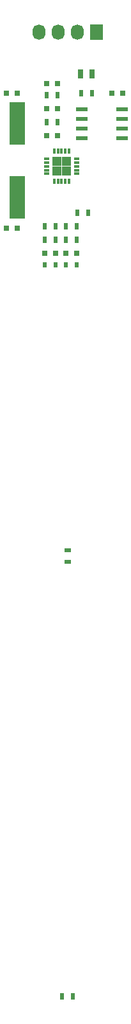
<source format=gbr>
G04 #@! TF.FileFunction,Soldermask,Top*
%FSLAX46Y46*%
G04 Gerber Fmt 4.6, Leading zero omitted, Abs format (unit mm)*
G04 Created by KiCad (PCBNEW (2015-03-21 BZR 5528)-product) date Fri 27 Mar 2015 10:09:21 AM EET*
%MOMM*%
G01*
G04 APERTURE LIST*
%ADD10C,0.100000*%
%ADD11R,0.600000X0.700000*%
%ADD12R,0.730000X0.300000*%
%ADD13R,0.300000X0.730000*%
%ADD14R,1.250000X1.250000*%
%ADD15R,1.550000X0.600000*%
%ADD16R,2.100580X5.600700*%
%ADD17R,0.797560X0.797560*%
%ADD18R,1.727200X2.032000*%
%ADD19O,1.727200X2.032000*%
%ADD20R,0.800000X0.750000*%
%ADD21R,0.635000X1.143000*%
%ADD22R,0.500000X0.900000*%
%ADD23R,0.900000X0.500000*%
G04 APERTURE END LIST*
D10*
D11*
X93410000Y-56642000D03*
X92010000Y-56642000D03*
X96204000Y-56642000D03*
X94804000Y-56642000D03*
D12*
X96199000Y-44688000D03*
X96199000Y-44188000D03*
X96199000Y-43688000D03*
X96199000Y-43188000D03*
X96199000Y-42688000D03*
D13*
X95234000Y-41723000D03*
X94734000Y-41723000D03*
X94234000Y-41723000D03*
X93734000Y-41723000D03*
X93234000Y-41723000D03*
D12*
X92269000Y-42688000D03*
X92269000Y-43188000D03*
X92269000Y-43688000D03*
X92269000Y-44188000D03*
X92269000Y-44688000D03*
D13*
X93234000Y-45653000D03*
X93734000Y-45653000D03*
X94234000Y-45653000D03*
X94734000Y-45653000D03*
X95234000Y-45653000D03*
D14*
X93609000Y-43063000D03*
X93609000Y-44313000D03*
X94859000Y-43063000D03*
X94859000Y-44313000D03*
D15*
X96868000Y-36195000D03*
X96868000Y-37465000D03*
X96868000Y-38735000D03*
X96868000Y-40005000D03*
X102268000Y-40005000D03*
X102268000Y-38735000D03*
X102268000Y-37465000D03*
X102268000Y-36195000D03*
D16*
X88392000Y-47774860D03*
X88392000Y-38077140D03*
D17*
X93713300Y-32766000D03*
X92214700Y-32766000D03*
D18*
X98810000Y-26000000D03*
D19*
X96270000Y-26000000D03*
X93730000Y-26000000D03*
X91190000Y-26000000D03*
D20*
X88380000Y-51816000D03*
X86880000Y-51816000D03*
X88380000Y-34036000D03*
X86880000Y-34036000D03*
D21*
X98298000Y-31496000D03*
X96774000Y-31496000D03*
D20*
X92214000Y-39624000D03*
X93714000Y-39624000D03*
X93460000Y-55118000D03*
X91960000Y-55118000D03*
X94754000Y-55118000D03*
X96254000Y-55118000D03*
X93714000Y-36068000D03*
X92214000Y-36068000D03*
X102350000Y-34036000D03*
X100850000Y-34036000D03*
D22*
X93714000Y-37846000D03*
X92214000Y-37846000D03*
X96278000Y-49784000D03*
X97778000Y-49784000D03*
D23*
X95000000Y-95750000D03*
X95000000Y-94250000D03*
D22*
X93460000Y-51562000D03*
X91960000Y-51562000D03*
X94754000Y-51562000D03*
X96254000Y-51562000D03*
X91960000Y-53340000D03*
X93460000Y-53340000D03*
X96254000Y-53340000D03*
X94754000Y-53340000D03*
X92214000Y-34290000D03*
X93714000Y-34290000D03*
X98286000Y-34036000D03*
X96786000Y-34036000D03*
X95750000Y-153000000D03*
X94250000Y-153000000D03*
M02*

</source>
